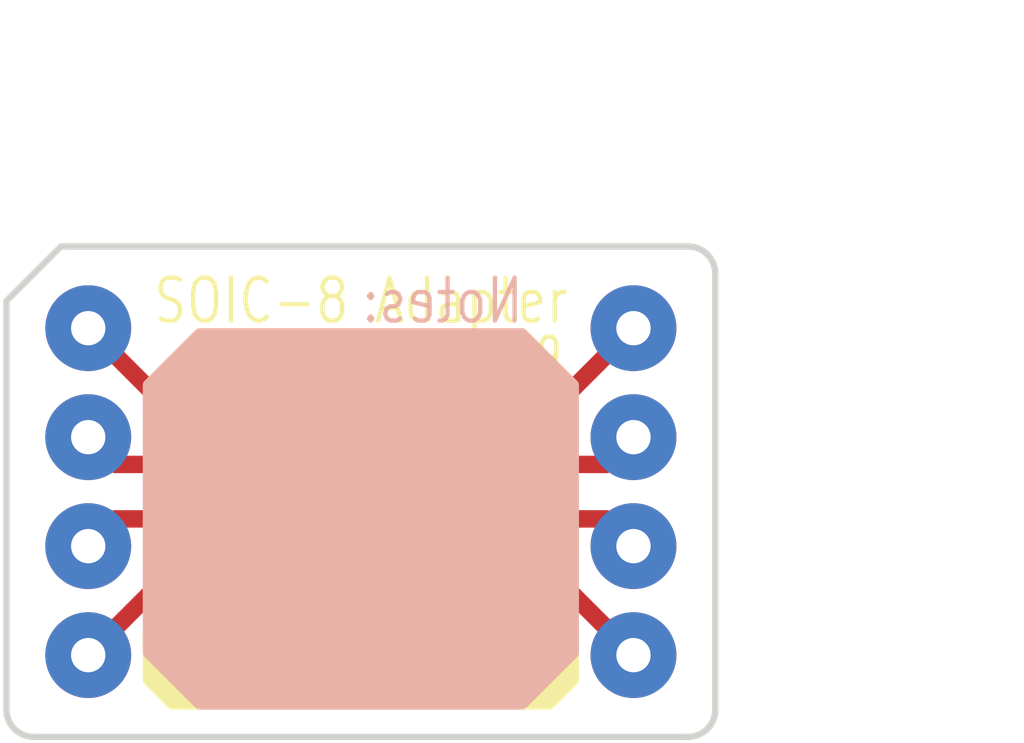
<source format=kicad_pcb>
(kicad_pcb (version 4) (host pcbnew 4.0.5+dfsg1-4~bpo8+1)

  (general
    (links 8)
    (no_connects 0)
    (area 32.309999 29.769999 48.970001 41.350001)
    (thickness 1.6)
    (drawings 14)
    (tracks 16)
    (zones 0)
    (modules 9)
    (nets 9)
  )

  (page A4)
  (layers
    (0 F.Cu signal)
    (31 B.Cu signal)
    (32 B.Adhes user)
    (33 F.Adhes user)
    (34 B.Paste user)
    (35 F.Paste user)
    (36 B.SilkS user)
    (37 F.SilkS user)
    (38 B.Mask user)
    (39 F.Mask user)
    (40 Dwgs.User user)
    (41 Cmts.User user)
    (42 Eco1.User user)
    (43 Eco2.User user)
    (44 Edge.Cuts user)
    (45 Margin user)
    (46 B.CrtYd user)
    (47 F.CrtYd user)
    (48 B.Fab user)
    (49 F.Fab user)
  )

  (setup
    (last_trace_width 0.4064)
    (trace_clearance 0.254)
    (zone_clearance 0.508)
    (zone_45_only yes)
    (trace_min 0.2)
    (segment_width 0.2)
    (edge_width 0.15)
    (via_size 0.6)
    (via_drill 0.4)
    (via_min_size 0.4)
    (via_min_drill 0.3)
    (uvia_size 0.3)
    (uvia_drill 0.1)
    (uvias_allowed no)
    (uvia_min_size 0)
    (uvia_min_drill 0)
    (pcb_text_width 0.3)
    (pcb_text_size 1.5 1.5)
    (mod_edge_width 0.15)
    (mod_text_size 1 1)
    (mod_text_width 0.15)
    (pad_size 1.524 1.524)
    (pad_drill 0.762)
    (pad_to_mask_clearance 0.2)
    (aux_axis_origin 0 0)
    (grid_origin 100.33 49.53)
    (visible_elements FFFFFF7F)
    (pcbplotparams
      (layerselection 0x00030_80000001)
      (usegerberextensions false)
      (excludeedgelayer true)
      (linewidth 0.100000)
      (plotframeref false)
      (viasonmask false)
      (mode 1)
      (useauxorigin false)
      (hpglpennumber 1)
      (hpglpenspeed 20)
      (hpglpendiameter 15)
      (hpglpenoverlay 2)
      (psnegative false)
      (psa4output false)
      (plotreference true)
      (plotvalue true)
      (plotinvisibletext false)
      (padsonsilk false)
      (subtractmaskfromsilk false)
      (outputformat 1)
      (mirror false)
      (drillshape 1)
      (scaleselection 1)
      (outputdirectory ""))
  )

  (net 0 "")
  (net 1 "Net-(P1-Pad1)")
  (net 2 "Net-(P1-Pad4)")
  (net 3 "Net-(P1-Pad3)")
  (net 4 "Net-(P1-Pad2)")
  (net 5 "Net-(P1-Pad5)")
  (net 6 "Net-(P1-Pad6)")
  (net 7 "Net-(P1-Pad7)")
  (net 8 "Net-(P1-Pad8)")

  (net_class Default "This is the default net class."
    (clearance 0.254)
    (trace_width 0.4064)
    (via_dia 0.6)
    (via_drill 0.4)
    (uvia_dia 0.3)
    (uvia_drill 0.1)
    (add_net "Net-(P1-Pad1)")
    (add_net "Net-(P1-Pad2)")
    (add_net "Net-(P1-Pad3)")
    (add_net "Net-(P1-Pad4)")
    (add_net "Net-(P1-Pad5)")
    (add_net "Net-(P1-Pad6)")
    (add_net "Net-(P1-Pad7)")
    (add_net "Net-(P1-Pad8)")
  )

  (module Housings_SOIC:SOIC-8_3.9x4.9mm_Pitch1.27mm (layer F.Cu) (tedit 5904DE2C) (tstamp 59059CAA)
    (at 40.64 35.56)
    (descr "8-Lead Plastic Small Outline (SN) - Narrow, 3.90 mm Body [SOIC] (see Microchip Packaging Specification 00000049BS.pdf)")
    (tags "SOIC 1.27")
    (path /5904DCAA)
    (attr smd)
    (fp_text reference P1 (at 0 -3.5) (layer F.SilkS) hide
      (effects (font (size 1 1) (thickness 0.15)))
    )
    (fp_text value DIL8 (at 0 3.5) (layer F.Fab) hide
      (effects (font (size 1 1) (thickness 0.15)))
    )
    (fp_line (start -0.95 -2.45) (end 1.95 -2.45) (layer F.Fab) (width 0.15))
    (fp_line (start 1.95 -2.45) (end 1.95 2.45) (layer F.Fab) (width 0.15))
    (fp_line (start 1.95 2.45) (end -1.95 2.45) (layer F.Fab) (width 0.15))
    (fp_line (start -1.95 2.45) (end -1.95 -1.45) (layer F.Fab) (width 0.15))
    (fp_line (start -1.95 -1.45) (end -0.95 -2.45) (layer F.Fab) (width 0.15))
    (fp_line (start -3.75 -2.75) (end -3.75 2.75) (layer F.CrtYd) (width 0.05))
    (fp_line (start 3.75 -2.75) (end 3.75 2.75) (layer F.CrtYd) (width 0.05))
    (fp_line (start -3.75 -2.75) (end 3.75 -2.75) (layer F.CrtYd) (width 0.05))
    (fp_line (start -3.75 2.75) (end 3.75 2.75) (layer F.CrtYd) (width 0.05))
    (fp_line (start -2.075 -2.575) (end -2.075 -2.525) (layer F.SilkS) (width 0.15))
    (fp_line (start 2.075 -2.575) (end 2.075 -2.43) (layer F.SilkS) (width 0.15))
    (fp_line (start 2.075 2.575) (end 2.075 2.43) (layer F.SilkS) (width 0.15))
    (fp_line (start -2.075 2.575) (end -2.075 2.43) (layer F.SilkS) (width 0.15))
    (fp_line (start -2.075 -2.575) (end 2.075 -2.575) (layer F.SilkS) (width 0.15))
    (fp_line (start -2.075 2.575) (end 2.075 2.575) (layer F.SilkS) (width 0.15))
    (fp_line (start -2.075 -2.525) (end -3.475 -2.525) (layer F.SilkS) (width 0.15))
    (pad 1 smd rect (at -2.7 -1.905) (size 1.55 0.6) (layers F.Cu F.Paste F.Mask)
      (net 1 "Net-(P1-Pad1)"))
    (pad 2 smd rect (at -2.7 -0.635) (size 1.55 0.6) (layers F.Cu F.Paste F.Mask)
      (net 4 "Net-(P1-Pad2)"))
    (pad 3 smd rect (at -2.7 0.635) (size 1.55 0.6) (layers F.Cu F.Paste F.Mask)
      (net 3 "Net-(P1-Pad3)"))
    (pad 4 smd rect (at -2.7 1.905) (size 1.55 0.6) (layers F.Cu F.Paste F.Mask)
      (net 2 "Net-(P1-Pad4)"))
    (pad 5 smd rect (at 2.7 1.905) (size 1.55 0.6) (layers F.Cu F.Paste F.Mask)
      (net 5 "Net-(P1-Pad5)"))
    (pad 6 smd rect (at 2.7 0.635) (size 1.55 0.6) (layers F.Cu F.Paste F.Mask)
      (net 6 "Net-(P1-Pad6)"))
    (pad 7 smd rect (at 2.7 -0.635) (size 1.55 0.6) (layers F.Cu F.Paste F.Mask)
      (net 7 "Net-(P1-Pad7)"))
    (pad 8 smd rect (at 2.7 -1.905) (size 1.55 0.6) (layers F.Cu F.Paste F.Mask)
      (net 8 "Net-(P1-Pad8)"))
    (model Housings_SOIC.3dshapes/SOIC-8_3.9x4.9mm_Pitch1.27mm.wrl
      (at (xyz 0 0 0))
      (scale (xyz 1 1 1))
      (rotate (xyz 0 0 0))
    )
  )

  (module Wire_Pads:SolderWirePad_single_0-8mmDrill (layer F.Cu) (tedit 5904DE42) (tstamp 59059CC9)
    (at 34.29 31.75)
    (path /5904DD2A)
    (fp_text reference W1 (at 0 -2.54) (layer F.SilkS) hide
      (effects (font (size 1 1) (thickness 0.15)))
    )
    (fp_text value TEST_1P (at 0 2.54) (layer F.Fab) hide
      (effects (font (size 1 1) (thickness 0.15)))
    )
    (pad 1 thru_hole circle (at 0 0) (size 1.99898 1.99898) (drill 0.8001) (layers *.Cu *.Mask)
      (net 1 "Net-(P1-Pad1)"))
  )

  (module Wire_Pads:SolderWirePad_single_0-8mmDrill (layer F.Cu) (tedit 5904DE4D) (tstamp 59059CCE)
    (at 34.29 34.29)
    (path /5904DD99)
    (fp_text reference W2 (at 0 -2.54) (layer F.SilkS) hide
      (effects (font (size 1 1) (thickness 0.15)))
    )
    (fp_text value TEST_1P (at 0 2.54) (layer F.Fab) hide
      (effects (font (size 1 1) (thickness 0.15)))
    )
    (pad 1 thru_hole circle (at 0 0) (size 1.99898 1.99898) (drill 0.8001) (layers *.Cu *.Mask)
      (net 4 "Net-(P1-Pad2)"))
  )

  (module Wire_Pads:SolderWirePad_single_0-8mmDrill (layer F.Cu) (tedit 5904DE71) (tstamp 59059D73)
    (at 34.29 36.83)
    (path /5904DDB4)
    (fp_text reference W3 (at 0 -2.54) (layer F.SilkS) hide
      (effects (font (size 1 1) (thickness 0.15)))
    )
    (fp_text value TEST_1P (at 0 2.54) (layer F.Fab) hide
      (effects (font (size 1 1) (thickness 0.15)))
    )
    (pad 1 thru_hole circle (at 0 0) (size 1.99898 1.99898) (drill 0.8001) (layers *.Cu *.Mask)
      (net 3 "Net-(P1-Pad3)"))
  )

  (module Wire_Pads:SolderWirePad_single_0-8mmDrill (layer F.Cu) (tedit 5904DE83) (tstamp 59059D78)
    (at 34.29 39.37)
    (path /5904DDD2)
    (fp_text reference W4 (at 0 -2.54) (layer F.SilkS) hide
      (effects (font (size 1 1) (thickness 0.15)))
    )
    (fp_text value TEST_1P (at 0 2.54) (layer F.Fab) hide
      (effects (font (size 1 1) (thickness 0.15)))
    )
    (pad 1 thru_hole circle (at 0 0) (size 1.99898 1.99898) (drill 0.8001) (layers *.Cu *.Mask)
      (net 2 "Net-(P1-Pad4)"))
  )

  (module Wire_Pads:SolderWirePad_single_0-8mmDrill (layer F.Cu) (tedit 5904DEA7) (tstamp 59059D7D)
    (at 46.99 39.37)
    (path /5904DFBB)
    (fp_text reference W5 (at 0 -2.54) (layer F.SilkS) hide
      (effects (font (size 1 1) (thickness 0.15)))
    )
    (fp_text value TEST_1P (at 0 2.54) (layer F.Fab) hide
      (effects (font (size 1 1) (thickness 0.15)))
    )
    (pad 1 thru_hole circle (at 0 0) (size 1.99898 1.99898) (drill 0.8001) (layers *.Cu *.Mask)
      (net 5 "Net-(P1-Pad5)"))
  )

  (module Wire_Pads:SolderWirePad_single_0-8mmDrill (layer F.Cu) (tedit 5904DEA1) (tstamp 59059D82)
    (at 46.99 36.83)
    (path /5904DF93)
    (fp_text reference W6 (at 0 -2.54) (layer F.SilkS) hide
      (effects (font (size 1 1) (thickness 0.15)))
    )
    (fp_text value TEST_1P (at 0 2.54) (layer F.Fab) hide
      (effects (font (size 1 1) (thickness 0.15)))
    )
    (pad 1 thru_hole circle (at 0 0) (size 1.99898 1.99898) (drill 0.8001) (layers *.Cu *.Mask)
      (net 6 "Net-(P1-Pad6)"))
  )

  (module Wire_Pads:SolderWirePad_single_0-8mmDrill (layer F.Cu) (tedit 5904DE9D) (tstamp 59059D87)
    (at 46.99 34.29)
    (path /5904DF6E)
    (fp_text reference W7 (at 0 -2.54) (layer F.SilkS) hide
      (effects (font (size 1 1) (thickness 0.15)))
    )
    (fp_text value TEST_1P (at 0 2.54) (layer F.Fab) hide
      (effects (font (size 1 1) (thickness 0.15)))
    )
    (pad 1 thru_hole circle (at 0 0) (size 1.99898 1.99898) (drill 0.8001) (layers *.Cu *.Mask)
      (net 7 "Net-(P1-Pad7)"))
  )

  (module Wire_Pads:SolderWirePad_single_0-8mmDrill (layer F.Cu) (tedit 5904DE93) (tstamp 59059D8C)
    (at 46.99 31.75)
    (path /5904DEEE)
    (fp_text reference W8 (at 0 -2.54) (layer F.SilkS) hide
      (effects (font (size 1 1) (thickness 0.15)))
    )
    (fp_text value TEST_1P (at 0 2.54) (layer F.Fab) hide
      (effects (font (size 1 1) (thickness 0.15)))
    )
    (pad 1 thru_hole circle (at 0 0) (size 1.99898 1.99898) (drill 0.8001) (layers *.Cu *.Mask)
      (net 8 "Net-(P1-Pad8)"))
  )

  (dimension 16.51 (width 0.3) (layer Dwgs.User)
    (gr_text "16.510 mm" (at 40.64 25.955) (layer Dwgs.User)
      (effects (font (size 1.5 1.5) (thickness 0.3)))
    )
    (feature1 (pts (xy 32.385 28.575) (xy 32.385 24.605)))
    (feature2 (pts (xy 48.895 28.575) (xy 48.895 24.605)))
    (crossbar (pts (xy 48.895 27.305) (xy 32.385 27.305)))
    (arrow1a (pts (xy 32.385 27.305) (xy 33.511504 26.718579)))
    (arrow1b (pts (xy 32.385 27.305) (xy 33.511504 27.891421)))
    (arrow2a (pts (xy 48.895 27.305) (xy 47.768496 26.718579)))
    (arrow2b (pts (xy 48.895 27.305) (xy 47.768496 27.891421)))
  )
  (dimension 11.43 (width 0.3) (layer Dwgs.User)
    (gr_text "11.430 mm" (at 53.42 35.56 270) (layer Dwgs.User)
      (effects (font (size 1.5 1.5) (thickness 0.3)))
    )
    (feature1 (pts (xy 50.165 41.275) (xy 54.77 41.275)))
    (feature2 (pts (xy 50.165 29.845) (xy 54.77 29.845)))
    (crossbar (pts (xy 52.07 29.845) (xy 52.07 41.275)))
    (arrow1a (pts (xy 52.07 41.275) (xy 51.483579 40.148496)))
    (arrow1b (pts (xy 52.07 41.275) (xy 52.656421 40.148496)))
    (arrow2a (pts (xy 52.07 29.845) (xy 51.483579 30.971504)))
    (arrow2b (pts (xy 52.07 29.845) (xy 52.656421 30.971504)))
  )
  (gr_line (start 48.895 40.64) (end 48.895 30.48) (angle 90) (layer Edge.Cuts) (width 0.15))
  (gr_line (start 32.385 31.115) (end 32.385 40.64) (angle 90) (layer Edge.Cuts) (width 0.15))
  (gr_line (start 33.655 29.845) (end 48.26 29.845) (angle 90) (layer Edge.Cuts) (width 0.15))
  (gr_line (start 48.26 41.275) (end 33.02 41.275) (angle 90) (layer Edge.Cuts) (width 0.15))
  (gr_text "3.9 x 4.9" (at 43.18 32.385) (layer F.SilkS)
    (effects (font (size 0.8 0.6) (thickness 0.1)))
  )
  (gr_text Notes: (at 42.545 31.115) (layer B.SilkS)
    (effects (font (size 1 0.8) (thickness 0.1)) (justify mirror))
  )
  (gr_arc (start 33.02 40.64) (end 33.02 41.275) (angle 90) (layer Edge.Cuts) (width 0.15))
  (gr_arc (start 48.26 40.64) (end 48.895 40.64) (angle 90) (layer Edge.Cuts) (width 0.15))
  (gr_arc (start 48.26 30.48) (end 48.26 29.845) (angle 90) (layer Edge.Cuts) (width 0.15))
  (gr_text "SOIC-8 Adapter" (at 40.64 31.115) (layer F.SilkS)
    (effects (font (size 1 0.8) (thickness 0.1)))
  )
  (gr_line (start 32.385 31.115) (end 33.655 29.845) (angle 90) (layer Edge.Cuts) (width 0.15))
  (gr_circle (center 37.592 32.3088) (end 37.338 32.2326) (layer F.SilkS) (width 0.2))

  (segment (start 37.94 33.655) (end 36.195 33.655) (width 0.4064) (layer F.Cu) (net 1))
  (segment (start 36.195 33.655) (end 34.29 31.75) (width 0.4064) (layer F.Cu) (net 1) (tstamp 5905C676))
  (segment (start 37.94 37.465) (end 36.195 37.465) (width 0.4064) (layer F.Cu) (net 2))
  (segment (start 36.195 37.465) (end 34.29 39.37) (width 0.4064) (layer F.Cu) (net 2) (tstamp 5905C680))
  (segment (start 37.94 36.195) (end 34.925 36.195) (width 0.4064) (layer F.Cu) (net 3))
  (segment (start 34.925 36.195) (end 34.29 36.83) (width 0.4064) (layer F.Cu) (net 3) (tstamp 5905C67D))
  (segment (start 37.94 34.925) (end 34.925 34.925) (width 0.4064) (layer F.Cu) (net 4))
  (segment (start 34.925 34.925) (end 34.29 34.29) (width 0.4064) (layer F.Cu) (net 4) (tstamp 5905C67A))
  (segment (start 43.34 37.465) (end 45.085 37.465) (width 0.4064) (layer F.Cu) (net 5))
  (segment (start 45.085 37.465) (end 46.99 39.37) (width 0.4064) (layer F.Cu) (net 5) (tstamp 5905C684))
  (segment (start 43.34 36.195) (end 46.355 36.195) (width 0.4064) (layer F.Cu) (net 6))
  (segment (start 46.355 36.195) (end 46.99 36.83) (width 0.4064) (layer F.Cu) (net 6) (tstamp 5905C688))
  (segment (start 43.34 34.925) (end 46.355 34.925) (width 0.4064) (layer F.Cu) (net 7))
  (segment (start 46.355 34.925) (end 46.99 34.29) (width 0.4064) (layer F.Cu) (net 7) (tstamp 5905C68B))
  (segment (start 43.34 33.655) (end 45.085 33.655) (width 0.4064) (layer F.Cu) (net 8))
  (segment (start 45.085 33.655) (end 46.99 31.75) (width 0.4064) (layer F.Cu) (net 8) (tstamp 5905C68E))

  (zone (net 0) (net_name "") (layer B.SilkS) (tstamp 5905B1DF) (hatch edge 0.508)
    (connect_pads (clearance 0.508))
    (min_thickness 0.254)
    (fill yes (arc_segments 16) (thermal_gap 0.508) (thermal_bridge_width 0.508))
    (polygon
      (pts
        (xy 45.72 33.02) (xy 45.72 39.37) (xy 44.45 40.64) (xy 36.83 40.64) (xy 35.56 39.37)
        (xy 35.56 33.02) (xy 36.83 31.75) (xy 44.45 31.75)
      )
    )
    (filled_polygon
      (pts
        (xy 45.593 33.072606) (xy 45.593 39.317394) (xy 44.397394 40.513) (xy 36.882606 40.513) (xy 35.687 39.317394)
        (xy 35.687 33.072606) (xy 36.882606 31.877) (xy 44.397394 31.877)
      )
    )
  )
  (zone (net 0) (net_name "") (layer F.SilkS) (tstamp 5905B1E7) (hatch edge 0.508)
    (connect_pads (clearance 0.508))
    (min_thickness 0.254)
    (fill yes (arc_segments 16) (thermal_gap 0.508) (thermal_bridge_width 0.508))
    (polygon
      (pts
        (xy 45.72 38.735) (xy 45.72 40.005) (xy 45.085 40.64) (xy 36.195 40.64) (xy 35.56 40.005)
        (xy 35.56 38.735) (xy 36.195 38.1) (xy 45.085 38.1)
      )
    )
    (filled_polygon
      (pts
        (xy 45.593 38.787606) (xy 45.593 39.952394) (xy 45.032394 40.513) (xy 36.247606 40.513) (xy 35.687 39.952394)
        (xy 35.687 38.787606) (xy 36.247606 38.227) (xy 45.032394 38.227)
      )
    )
  )
)

</source>
